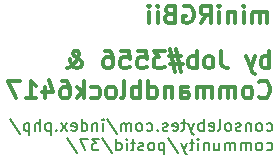
<source format=gbr>
G04 #@! TF.GenerationSoftware,KiCad,Pcbnew,(5.1.5-0-10_14)*
G04 #@! TF.CreationDate,2020-08-29T21:19:54+03:00*
G04 #@! TF.ProjectId,miniRGBii,6d696e69-5247-4426-9969-2e6b69636164,rev?*
G04 #@! TF.SameCoordinates,Original*
G04 #@! TF.FileFunction,Legend,Bot*
G04 #@! TF.FilePolarity,Positive*
%FSLAX46Y46*%
G04 Gerber Fmt 4.6, Leading zero omitted, Abs format (unit mm)*
G04 Created by KiCad (PCBNEW (5.1.5-0-10_14)) date 2020-08-29 21:19:54*
%MOMM*%
%LPD*%
G04 APERTURE LIST*
%ADD10C,0.150000*%
%ADD11C,0.300000*%
G04 APERTURE END LIST*
D10*
X211960833Y-65619761D02*
X212056071Y-65667380D01*
X212246547Y-65667380D01*
X212341785Y-65619761D01*
X212389404Y-65572142D01*
X212437023Y-65476904D01*
X212437023Y-65191190D01*
X212389404Y-65095952D01*
X212341785Y-65048333D01*
X212246547Y-65000714D01*
X212056071Y-65000714D01*
X211960833Y-65048333D01*
X211389404Y-65667380D02*
X211484642Y-65619761D01*
X211532261Y-65572142D01*
X211579880Y-65476904D01*
X211579880Y-65191190D01*
X211532261Y-65095952D01*
X211484642Y-65048333D01*
X211389404Y-65000714D01*
X211246547Y-65000714D01*
X211151309Y-65048333D01*
X211103690Y-65095952D01*
X211056071Y-65191190D01*
X211056071Y-65476904D01*
X211103690Y-65572142D01*
X211151309Y-65619761D01*
X211246547Y-65667380D01*
X211389404Y-65667380D01*
X210627500Y-65000714D02*
X210627500Y-65667380D01*
X210627500Y-65095952D02*
X210579880Y-65048333D01*
X210484642Y-65000714D01*
X210341785Y-65000714D01*
X210246547Y-65048333D01*
X210198928Y-65143571D01*
X210198928Y-65667380D01*
X209770357Y-65619761D02*
X209675119Y-65667380D01*
X209484642Y-65667380D01*
X209389404Y-65619761D01*
X209341785Y-65524523D01*
X209341785Y-65476904D01*
X209389404Y-65381666D01*
X209484642Y-65334047D01*
X209627500Y-65334047D01*
X209722738Y-65286428D01*
X209770357Y-65191190D01*
X209770357Y-65143571D01*
X209722738Y-65048333D01*
X209627500Y-65000714D01*
X209484642Y-65000714D01*
X209389404Y-65048333D01*
X208770357Y-65667380D02*
X208865595Y-65619761D01*
X208913214Y-65572142D01*
X208960833Y-65476904D01*
X208960833Y-65191190D01*
X208913214Y-65095952D01*
X208865595Y-65048333D01*
X208770357Y-65000714D01*
X208627500Y-65000714D01*
X208532261Y-65048333D01*
X208484642Y-65095952D01*
X208437023Y-65191190D01*
X208437023Y-65476904D01*
X208484642Y-65572142D01*
X208532261Y-65619761D01*
X208627500Y-65667380D01*
X208770357Y-65667380D01*
X207865595Y-65667380D02*
X207960833Y-65619761D01*
X208008452Y-65524523D01*
X208008452Y-64667380D01*
X207103690Y-65619761D02*
X207198928Y-65667380D01*
X207389404Y-65667380D01*
X207484642Y-65619761D01*
X207532261Y-65524523D01*
X207532261Y-65143571D01*
X207484642Y-65048333D01*
X207389404Y-65000714D01*
X207198928Y-65000714D01*
X207103690Y-65048333D01*
X207056071Y-65143571D01*
X207056071Y-65238809D01*
X207532261Y-65334047D01*
X206627500Y-65667380D02*
X206627500Y-64667380D01*
X206627500Y-65048333D02*
X206532261Y-65000714D01*
X206341785Y-65000714D01*
X206246547Y-65048333D01*
X206198928Y-65095952D01*
X206151309Y-65191190D01*
X206151309Y-65476904D01*
X206198928Y-65572142D01*
X206246547Y-65619761D01*
X206341785Y-65667380D01*
X206532261Y-65667380D01*
X206627500Y-65619761D01*
X205817976Y-65000714D02*
X205579880Y-65667380D01*
X205341785Y-65000714D02*
X205579880Y-65667380D01*
X205675119Y-65905476D01*
X205722738Y-65953095D01*
X205817976Y-66000714D01*
X205103690Y-65000714D02*
X204722738Y-65000714D01*
X204960833Y-64667380D02*
X204960833Y-65524523D01*
X204913214Y-65619761D01*
X204817976Y-65667380D01*
X204722738Y-65667380D01*
X204008452Y-65619761D02*
X204103690Y-65667380D01*
X204294166Y-65667380D01*
X204389404Y-65619761D01*
X204437023Y-65524523D01*
X204437023Y-65143571D01*
X204389404Y-65048333D01*
X204294166Y-65000714D01*
X204103690Y-65000714D01*
X204008452Y-65048333D01*
X203960833Y-65143571D01*
X203960833Y-65238809D01*
X204437023Y-65334047D01*
X203579880Y-65619761D02*
X203484642Y-65667380D01*
X203294166Y-65667380D01*
X203198928Y-65619761D01*
X203151309Y-65524523D01*
X203151309Y-65476904D01*
X203198928Y-65381666D01*
X203294166Y-65334047D01*
X203437023Y-65334047D01*
X203532261Y-65286428D01*
X203579880Y-65191190D01*
X203579880Y-65143571D01*
X203532261Y-65048333D01*
X203437023Y-65000714D01*
X203294166Y-65000714D01*
X203198928Y-65048333D01*
X202722738Y-65572142D02*
X202675119Y-65619761D01*
X202722738Y-65667380D01*
X202770357Y-65619761D01*
X202722738Y-65572142D01*
X202722738Y-65667380D01*
X201817976Y-65619761D02*
X201913214Y-65667380D01*
X202103690Y-65667380D01*
X202198928Y-65619761D01*
X202246547Y-65572142D01*
X202294166Y-65476904D01*
X202294166Y-65191190D01*
X202246547Y-65095952D01*
X202198928Y-65048333D01*
X202103690Y-65000714D01*
X201913214Y-65000714D01*
X201817976Y-65048333D01*
X201246547Y-65667380D02*
X201341785Y-65619761D01*
X201389404Y-65572142D01*
X201437023Y-65476904D01*
X201437023Y-65191190D01*
X201389404Y-65095952D01*
X201341785Y-65048333D01*
X201246547Y-65000714D01*
X201103690Y-65000714D01*
X201008452Y-65048333D01*
X200960833Y-65095952D01*
X200913214Y-65191190D01*
X200913214Y-65476904D01*
X200960833Y-65572142D01*
X201008452Y-65619761D01*
X201103690Y-65667380D01*
X201246547Y-65667380D01*
X200484642Y-65667380D02*
X200484642Y-65000714D01*
X200484642Y-65095952D02*
X200437023Y-65048333D01*
X200341785Y-65000714D01*
X200198928Y-65000714D01*
X200103690Y-65048333D01*
X200056071Y-65143571D01*
X200056071Y-65667380D01*
X200056071Y-65143571D02*
X200008452Y-65048333D01*
X199913214Y-65000714D01*
X199770357Y-65000714D01*
X199675119Y-65048333D01*
X199627500Y-65143571D01*
X199627500Y-65667380D01*
X198437023Y-64619761D02*
X199294166Y-65905476D01*
X198103690Y-65667380D02*
X198103690Y-65000714D01*
X198103690Y-64667380D02*
X198151309Y-64715000D01*
X198103690Y-64762619D01*
X198056071Y-64715000D01*
X198103690Y-64667380D01*
X198103690Y-64762619D01*
X197627500Y-65000714D02*
X197627500Y-65667380D01*
X197627500Y-65095952D02*
X197579880Y-65048333D01*
X197484642Y-65000714D01*
X197341785Y-65000714D01*
X197246547Y-65048333D01*
X197198928Y-65143571D01*
X197198928Y-65667380D01*
X196294166Y-65667380D02*
X196294166Y-64667380D01*
X196294166Y-65619761D02*
X196389404Y-65667380D01*
X196579880Y-65667380D01*
X196675119Y-65619761D01*
X196722738Y-65572142D01*
X196770357Y-65476904D01*
X196770357Y-65191190D01*
X196722738Y-65095952D01*
X196675119Y-65048333D01*
X196579880Y-65000714D01*
X196389404Y-65000714D01*
X196294166Y-65048333D01*
X195437023Y-65619761D02*
X195532261Y-65667380D01*
X195722738Y-65667380D01*
X195817976Y-65619761D01*
X195865595Y-65524523D01*
X195865595Y-65143571D01*
X195817976Y-65048333D01*
X195722738Y-65000714D01*
X195532261Y-65000714D01*
X195437023Y-65048333D01*
X195389404Y-65143571D01*
X195389404Y-65238809D01*
X195865595Y-65334047D01*
X195056071Y-65667380D02*
X194532261Y-65000714D01*
X195056071Y-65000714D02*
X194532261Y-65667380D01*
X194151309Y-65572142D02*
X194103690Y-65619761D01*
X194151309Y-65667380D01*
X194198928Y-65619761D01*
X194151309Y-65572142D01*
X194151309Y-65667380D01*
X193675119Y-65000714D02*
X193675119Y-66000714D01*
X193675119Y-65048333D02*
X193579880Y-65000714D01*
X193389404Y-65000714D01*
X193294166Y-65048333D01*
X193246547Y-65095952D01*
X193198928Y-65191190D01*
X193198928Y-65476904D01*
X193246547Y-65572142D01*
X193294166Y-65619761D01*
X193389404Y-65667380D01*
X193579880Y-65667380D01*
X193675119Y-65619761D01*
X192770357Y-65667380D02*
X192770357Y-64667380D01*
X192341785Y-65667380D02*
X192341785Y-65143571D01*
X192389404Y-65048333D01*
X192484642Y-65000714D01*
X192627500Y-65000714D01*
X192722738Y-65048333D01*
X192770357Y-65095952D01*
X191865595Y-65000714D02*
X191865595Y-66000714D01*
X191865595Y-65048333D02*
X191770357Y-65000714D01*
X191579880Y-65000714D01*
X191484642Y-65048333D01*
X191437023Y-65095952D01*
X191389404Y-65191190D01*
X191389404Y-65476904D01*
X191437023Y-65572142D01*
X191484642Y-65619761D01*
X191579880Y-65667380D01*
X191770357Y-65667380D01*
X191865595Y-65619761D01*
X190246547Y-64619761D02*
X191103690Y-65905476D01*
X211960833Y-67269761D02*
X212056071Y-67317380D01*
X212246547Y-67317380D01*
X212341785Y-67269761D01*
X212389404Y-67222142D01*
X212437023Y-67126904D01*
X212437023Y-66841190D01*
X212389404Y-66745952D01*
X212341785Y-66698333D01*
X212246547Y-66650714D01*
X212056071Y-66650714D01*
X211960833Y-66698333D01*
X211389404Y-67317380D02*
X211484642Y-67269761D01*
X211532261Y-67222142D01*
X211579880Y-67126904D01*
X211579880Y-66841190D01*
X211532261Y-66745952D01*
X211484642Y-66698333D01*
X211389404Y-66650714D01*
X211246547Y-66650714D01*
X211151309Y-66698333D01*
X211103690Y-66745952D01*
X211056071Y-66841190D01*
X211056071Y-67126904D01*
X211103690Y-67222142D01*
X211151309Y-67269761D01*
X211246547Y-67317380D01*
X211389404Y-67317380D01*
X210627500Y-67317380D02*
X210627500Y-66650714D01*
X210627500Y-66745952D02*
X210579880Y-66698333D01*
X210484642Y-66650714D01*
X210341785Y-66650714D01*
X210246547Y-66698333D01*
X210198928Y-66793571D01*
X210198928Y-67317380D01*
X210198928Y-66793571D02*
X210151309Y-66698333D01*
X210056071Y-66650714D01*
X209913214Y-66650714D01*
X209817976Y-66698333D01*
X209770357Y-66793571D01*
X209770357Y-67317380D01*
X209294166Y-67317380D02*
X209294166Y-66650714D01*
X209294166Y-66745952D02*
X209246547Y-66698333D01*
X209151309Y-66650714D01*
X209008452Y-66650714D01*
X208913214Y-66698333D01*
X208865595Y-66793571D01*
X208865595Y-67317380D01*
X208865595Y-66793571D02*
X208817976Y-66698333D01*
X208722738Y-66650714D01*
X208579880Y-66650714D01*
X208484642Y-66698333D01*
X208437023Y-66793571D01*
X208437023Y-67317380D01*
X207532261Y-66650714D02*
X207532261Y-67317380D01*
X207960833Y-66650714D02*
X207960833Y-67174523D01*
X207913214Y-67269761D01*
X207817976Y-67317380D01*
X207675119Y-67317380D01*
X207579880Y-67269761D01*
X207532261Y-67222142D01*
X207056071Y-66650714D02*
X207056071Y-67317380D01*
X207056071Y-66745952D02*
X207008452Y-66698333D01*
X206913214Y-66650714D01*
X206770357Y-66650714D01*
X206675119Y-66698333D01*
X206627500Y-66793571D01*
X206627500Y-67317380D01*
X206151309Y-67317380D02*
X206151309Y-66650714D01*
X206151309Y-66317380D02*
X206198928Y-66365000D01*
X206151309Y-66412619D01*
X206103690Y-66365000D01*
X206151309Y-66317380D01*
X206151309Y-66412619D01*
X205817976Y-66650714D02*
X205437023Y-66650714D01*
X205675119Y-66317380D02*
X205675119Y-67174523D01*
X205627500Y-67269761D01*
X205532261Y-67317380D01*
X205437023Y-67317380D01*
X205198928Y-66650714D02*
X204960833Y-67317380D01*
X204722738Y-66650714D02*
X204960833Y-67317380D01*
X205056071Y-67555476D01*
X205103690Y-67603095D01*
X205198928Y-67650714D01*
X203627500Y-66269761D02*
X204484642Y-67555476D01*
X203294166Y-66650714D02*
X203294166Y-67650714D01*
X203294166Y-66698333D02*
X203198928Y-66650714D01*
X203008452Y-66650714D01*
X202913214Y-66698333D01*
X202865595Y-66745952D01*
X202817976Y-66841190D01*
X202817976Y-67126904D01*
X202865595Y-67222142D01*
X202913214Y-67269761D01*
X203008452Y-67317380D01*
X203198928Y-67317380D01*
X203294166Y-67269761D01*
X202246547Y-67317380D02*
X202341785Y-67269761D01*
X202389404Y-67222142D01*
X202437023Y-67126904D01*
X202437023Y-66841190D01*
X202389404Y-66745952D01*
X202341785Y-66698333D01*
X202246547Y-66650714D01*
X202103690Y-66650714D01*
X202008452Y-66698333D01*
X201960833Y-66745952D01*
X201913214Y-66841190D01*
X201913214Y-67126904D01*
X201960833Y-67222142D01*
X202008452Y-67269761D01*
X202103690Y-67317380D01*
X202246547Y-67317380D01*
X201532261Y-67269761D02*
X201437023Y-67317380D01*
X201246547Y-67317380D01*
X201151309Y-67269761D01*
X201103690Y-67174523D01*
X201103690Y-67126904D01*
X201151309Y-67031666D01*
X201246547Y-66984047D01*
X201389404Y-66984047D01*
X201484642Y-66936428D01*
X201532261Y-66841190D01*
X201532261Y-66793571D01*
X201484642Y-66698333D01*
X201389404Y-66650714D01*
X201246547Y-66650714D01*
X201151309Y-66698333D01*
X200817976Y-66650714D02*
X200437023Y-66650714D01*
X200675119Y-66317380D02*
X200675119Y-67174523D01*
X200627500Y-67269761D01*
X200532261Y-67317380D01*
X200437023Y-67317380D01*
X200103690Y-67317380D02*
X200103690Y-66650714D01*
X200103690Y-66317380D02*
X200151309Y-66365000D01*
X200103690Y-66412619D01*
X200056071Y-66365000D01*
X200103690Y-66317380D01*
X200103690Y-66412619D01*
X199198928Y-67317380D02*
X199198928Y-66317380D01*
X199198928Y-67269761D02*
X199294166Y-67317380D01*
X199484642Y-67317380D01*
X199579880Y-67269761D01*
X199627500Y-67222142D01*
X199675119Y-67126904D01*
X199675119Y-66841190D01*
X199627500Y-66745952D01*
X199579880Y-66698333D01*
X199484642Y-66650714D01*
X199294166Y-66650714D01*
X199198928Y-66698333D01*
X198008452Y-66269761D02*
X198865595Y-67555476D01*
X197770357Y-66317380D02*
X197151309Y-66317380D01*
X197484642Y-66698333D01*
X197341785Y-66698333D01*
X197246547Y-66745952D01*
X197198928Y-66793571D01*
X197151309Y-66888809D01*
X197151309Y-67126904D01*
X197198928Y-67222142D01*
X197246547Y-67269761D01*
X197341785Y-67317380D01*
X197627500Y-67317380D01*
X197722738Y-67269761D01*
X197770357Y-67222142D01*
X196817976Y-66317380D02*
X196151309Y-66317380D01*
X196579880Y-67317380D01*
X195056071Y-66269761D02*
X195913214Y-67555476D01*
D11*
X212010000Y-56558571D02*
X212010000Y-55558571D01*
X212010000Y-55701428D02*
X211938571Y-55630000D01*
X211795714Y-55558571D01*
X211581428Y-55558571D01*
X211438571Y-55630000D01*
X211367142Y-55772857D01*
X211367142Y-56558571D01*
X211367142Y-55772857D02*
X211295714Y-55630000D01*
X211152857Y-55558571D01*
X210938571Y-55558571D01*
X210795714Y-55630000D01*
X210724285Y-55772857D01*
X210724285Y-56558571D01*
X210010000Y-56558571D02*
X210010000Y-55558571D01*
X210010000Y-55058571D02*
X210081428Y-55130000D01*
X210010000Y-55201428D01*
X209938571Y-55130000D01*
X210010000Y-55058571D01*
X210010000Y-55201428D01*
X209295714Y-55558571D02*
X209295714Y-56558571D01*
X209295714Y-55701428D02*
X209224285Y-55630000D01*
X209081428Y-55558571D01*
X208867142Y-55558571D01*
X208724285Y-55630000D01*
X208652857Y-55772857D01*
X208652857Y-56558571D01*
X207938571Y-56558571D02*
X207938571Y-55558571D01*
X207938571Y-55058571D02*
X208010000Y-55130000D01*
X207938571Y-55201428D01*
X207867142Y-55130000D01*
X207938571Y-55058571D01*
X207938571Y-55201428D01*
X206367142Y-56558571D02*
X206867142Y-55844285D01*
X207224285Y-56558571D02*
X207224285Y-55058571D01*
X206652857Y-55058571D01*
X206510000Y-55130000D01*
X206438571Y-55201428D01*
X206367142Y-55344285D01*
X206367142Y-55558571D01*
X206438571Y-55701428D01*
X206510000Y-55772857D01*
X206652857Y-55844285D01*
X207224285Y-55844285D01*
X204938571Y-55130000D02*
X205081428Y-55058571D01*
X205295714Y-55058571D01*
X205510000Y-55130000D01*
X205652857Y-55272857D01*
X205724285Y-55415714D01*
X205795714Y-55701428D01*
X205795714Y-55915714D01*
X205724285Y-56201428D01*
X205652857Y-56344285D01*
X205510000Y-56487142D01*
X205295714Y-56558571D01*
X205152857Y-56558571D01*
X204938571Y-56487142D01*
X204867142Y-56415714D01*
X204867142Y-55915714D01*
X205152857Y-55915714D01*
X203724285Y-55772857D02*
X203510000Y-55844285D01*
X203438571Y-55915714D01*
X203367142Y-56058571D01*
X203367142Y-56272857D01*
X203438571Y-56415714D01*
X203510000Y-56487142D01*
X203652857Y-56558571D01*
X204224285Y-56558571D01*
X204224285Y-55058571D01*
X203724285Y-55058571D01*
X203581428Y-55130000D01*
X203510000Y-55201428D01*
X203438571Y-55344285D01*
X203438571Y-55487142D01*
X203510000Y-55630000D01*
X203581428Y-55701428D01*
X203724285Y-55772857D01*
X204224285Y-55772857D01*
X202724285Y-56558571D02*
X202724285Y-55558571D01*
X202724285Y-55058571D02*
X202795714Y-55130000D01*
X202724285Y-55201428D01*
X202652857Y-55130000D01*
X202724285Y-55058571D01*
X202724285Y-55201428D01*
X202010000Y-56558571D02*
X202010000Y-55558571D01*
X202010000Y-55058571D02*
X202081428Y-55130000D01*
X202010000Y-55201428D01*
X201938571Y-55130000D01*
X202010000Y-55058571D01*
X202010000Y-55201428D01*
X212172857Y-60363571D02*
X212172857Y-58863571D01*
X212172857Y-59435000D02*
X212030000Y-59363571D01*
X211744285Y-59363571D01*
X211601428Y-59435000D01*
X211530000Y-59506428D01*
X211458571Y-59649285D01*
X211458571Y-60077857D01*
X211530000Y-60220714D01*
X211601428Y-60292142D01*
X211744285Y-60363571D01*
X212030000Y-60363571D01*
X212172857Y-60292142D01*
X210958571Y-59363571D02*
X210601428Y-60363571D01*
X210244285Y-59363571D02*
X210601428Y-60363571D01*
X210744285Y-60720714D01*
X210815714Y-60792142D01*
X210958571Y-60863571D01*
X208101428Y-58863571D02*
X208101428Y-59935000D01*
X208172857Y-60149285D01*
X208315714Y-60292142D01*
X208530000Y-60363571D01*
X208672857Y-60363571D01*
X207172857Y-60363571D02*
X207315714Y-60292142D01*
X207387142Y-60220714D01*
X207458571Y-60077857D01*
X207458571Y-59649285D01*
X207387142Y-59506428D01*
X207315714Y-59435000D01*
X207172857Y-59363571D01*
X206958571Y-59363571D01*
X206815714Y-59435000D01*
X206744285Y-59506428D01*
X206672857Y-59649285D01*
X206672857Y-60077857D01*
X206744285Y-60220714D01*
X206815714Y-60292142D01*
X206958571Y-60363571D01*
X207172857Y-60363571D01*
X206030000Y-60363571D02*
X206030000Y-58863571D01*
X206030000Y-59435000D02*
X205887142Y-59363571D01*
X205601428Y-59363571D01*
X205458571Y-59435000D01*
X205387142Y-59506428D01*
X205315714Y-59649285D01*
X205315714Y-60077857D01*
X205387142Y-60220714D01*
X205458571Y-60292142D01*
X205601428Y-60363571D01*
X205887142Y-60363571D01*
X206030000Y-60292142D01*
X204744285Y-59363571D02*
X203672857Y-59363571D01*
X204315714Y-58720714D02*
X204744285Y-60649285D01*
X203815714Y-60006428D02*
X204887142Y-60006428D01*
X204244285Y-60649285D02*
X203815714Y-58720714D01*
X203315714Y-58863571D02*
X202387142Y-58863571D01*
X202887142Y-59435000D01*
X202672857Y-59435000D01*
X202530000Y-59506428D01*
X202458571Y-59577857D01*
X202387142Y-59720714D01*
X202387142Y-60077857D01*
X202458571Y-60220714D01*
X202530000Y-60292142D01*
X202672857Y-60363571D01*
X203101428Y-60363571D01*
X203244285Y-60292142D01*
X203315714Y-60220714D01*
X201030000Y-58863571D02*
X201744285Y-58863571D01*
X201815714Y-59577857D01*
X201744285Y-59506428D01*
X201601428Y-59435000D01*
X201244285Y-59435000D01*
X201101428Y-59506428D01*
X201030000Y-59577857D01*
X200958571Y-59720714D01*
X200958571Y-60077857D01*
X201030000Y-60220714D01*
X201101428Y-60292142D01*
X201244285Y-60363571D01*
X201601428Y-60363571D01*
X201744285Y-60292142D01*
X201815714Y-60220714D01*
X199601428Y-58863571D02*
X200315714Y-58863571D01*
X200387142Y-59577857D01*
X200315714Y-59506428D01*
X200172857Y-59435000D01*
X199815714Y-59435000D01*
X199672857Y-59506428D01*
X199601428Y-59577857D01*
X199530000Y-59720714D01*
X199530000Y-60077857D01*
X199601428Y-60220714D01*
X199672857Y-60292142D01*
X199815714Y-60363571D01*
X200172857Y-60363571D01*
X200315714Y-60292142D01*
X200387142Y-60220714D01*
X198244285Y-58863571D02*
X198530000Y-58863571D01*
X198672857Y-58935000D01*
X198744285Y-59006428D01*
X198887142Y-59220714D01*
X198958571Y-59506428D01*
X198958571Y-60077857D01*
X198887142Y-60220714D01*
X198815714Y-60292142D01*
X198672857Y-60363571D01*
X198387142Y-60363571D01*
X198244285Y-60292142D01*
X198172857Y-60220714D01*
X198101428Y-60077857D01*
X198101428Y-59720714D01*
X198172857Y-59577857D01*
X198244285Y-59506428D01*
X198387142Y-59435000D01*
X198672857Y-59435000D01*
X198815714Y-59506428D01*
X198887142Y-59577857D01*
X198958571Y-59720714D01*
X195101428Y-60363571D02*
X195172857Y-60363571D01*
X195315714Y-60292142D01*
X195530000Y-60077857D01*
X195887142Y-59649285D01*
X196030000Y-59435000D01*
X196101428Y-59220714D01*
X196101428Y-59077857D01*
X196030000Y-58935000D01*
X195887142Y-58863571D01*
X195815714Y-58863571D01*
X195672857Y-58935000D01*
X195601428Y-59077857D01*
X195601428Y-59149285D01*
X195672857Y-59292142D01*
X195744285Y-59363571D01*
X196172857Y-59649285D01*
X196244285Y-59720714D01*
X196315714Y-59863571D01*
X196315714Y-60077857D01*
X196244285Y-60220714D01*
X196172857Y-60292142D01*
X196030000Y-60363571D01*
X195815714Y-60363571D01*
X195672857Y-60292142D01*
X195601428Y-60220714D01*
X195387142Y-59935000D01*
X195315714Y-59720714D01*
X195315714Y-59577857D01*
X211315714Y-62770714D02*
X211387142Y-62842142D01*
X211601428Y-62913571D01*
X211744285Y-62913571D01*
X211958571Y-62842142D01*
X212101428Y-62699285D01*
X212172857Y-62556428D01*
X212244285Y-62270714D01*
X212244285Y-62056428D01*
X212172857Y-61770714D01*
X212101428Y-61627857D01*
X211958571Y-61485000D01*
X211744285Y-61413571D01*
X211601428Y-61413571D01*
X211387142Y-61485000D01*
X211315714Y-61556428D01*
X210458571Y-62913571D02*
X210601428Y-62842142D01*
X210672857Y-62770714D01*
X210744285Y-62627857D01*
X210744285Y-62199285D01*
X210672857Y-62056428D01*
X210601428Y-61985000D01*
X210458571Y-61913571D01*
X210244285Y-61913571D01*
X210101428Y-61985000D01*
X210030000Y-62056428D01*
X209958571Y-62199285D01*
X209958571Y-62627857D01*
X210030000Y-62770714D01*
X210101428Y-62842142D01*
X210244285Y-62913571D01*
X210458571Y-62913571D01*
X209315714Y-62913571D02*
X209315714Y-61913571D01*
X209315714Y-62056428D02*
X209244285Y-61985000D01*
X209101428Y-61913571D01*
X208887142Y-61913571D01*
X208744285Y-61985000D01*
X208672857Y-62127857D01*
X208672857Y-62913571D01*
X208672857Y-62127857D02*
X208601428Y-61985000D01*
X208458571Y-61913571D01*
X208244285Y-61913571D01*
X208101428Y-61985000D01*
X208030000Y-62127857D01*
X208030000Y-62913571D01*
X207315714Y-62913571D02*
X207315714Y-61913571D01*
X207315714Y-62056428D02*
X207244285Y-61985000D01*
X207101428Y-61913571D01*
X206887142Y-61913571D01*
X206744285Y-61985000D01*
X206672857Y-62127857D01*
X206672857Y-62913571D01*
X206672857Y-62127857D02*
X206601428Y-61985000D01*
X206458571Y-61913571D01*
X206244285Y-61913571D01*
X206101428Y-61985000D01*
X206030000Y-62127857D01*
X206030000Y-62913571D01*
X204672857Y-62913571D02*
X204672857Y-62127857D01*
X204744285Y-61985000D01*
X204887142Y-61913571D01*
X205172857Y-61913571D01*
X205315714Y-61985000D01*
X204672857Y-62842142D02*
X204815714Y-62913571D01*
X205172857Y-62913571D01*
X205315714Y-62842142D01*
X205387142Y-62699285D01*
X205387142Y-62556428D01*
X205315714Y-62413571D01*
X205172857Y-62342142D01*
X204815714Y-62342142D01*
X204672857Y-62270714D01*
X203958571Y-61913571D02*
X203958571Y-62913571D01*
X203958571Y-62056428D02*
X203887142Y-61985000D01*
X203744285Y-61913571D01*
X203530000Y-61913571D01*
X203387142Y-61985000D01*
X203315714Y-62127857D01*
X203315714Y-62913571D01*
X201958571Y-62913571D02*
X201958571Y-61413571D01*
X201958571Y-62842142D02*
X202101428Y-62913571D01*
X202387142Y-62913571D01*
X202530000Y-62842142D01*
X202601428Y-62770714D01*
X202672857Y-62627857D01*
X202672857Y-62199285D01*
X202601428Y-62056428D01*
X202530000Y-61985000D01*
X202387142Y-61913571D01*
X202101428Y-61913571D01*
X201958571Y-61985000D01*
X201244285Y-62913571D02*
X201244285Y-61413571D01*
X201244285Y-61985000D02*
X201101428Y-61913571D01*
X200815714Y-61913571D01*
X200672857Y-61985000D01*
X200601428Y-62056428D01*
X200530000Y-62199285D01*
X200530000Y-62627857D01*
X200601428Y-62770714D01*
X200672857Y-62842142D01*
X200815714Y-62913571D01*
X201101428Y-62913571D01*
X201244285Y-62842142D01*
X199672857Y-62913571D02*
X199815714Y-62842142D01*
X199887142Y-62699285D01*
X199887142Y-61413571D01*
X198887142Y-62913571D02*
X199030000Y-62842142D01*
X199101428Y-62770714D01*
X199172857Y-62627857D01*
X199172857Y-62199285D01*
X199101428Y-62056428D01*
X199030000Y-61985000D01*
X198887142Y-61913571D01*
X198672857Y-61913571D01*
X198530000Y-61985000D01*
X198458571Y-62056428D01*
X198387142Y-62199285D01*
X198387142Y-62627857D01*
X198458571Y-62770714D01*
X198530000Y-62842142D01*
X198672857Y-62913571D01*
X198887142Y-62913571D01*
X197101428Y-62842142D02*
X197244285Y-62913571D01*
X197530000Y-62913571D01*
X197672857Y-62842142D01*
X197744285Y-62770714D01*
X197815714Y-62627857D01*
X197815714Y-62199285D01*
X197744285Y-62056428D01*
X197672857Y-61985000D01*
X197530000Y-61913571D01*
X197244285Y-61913571D01*
X197101428Y-61985000D01*
X196458571Y-62913571D02*
X196458571Y-61413571D01*
X196315714Y-62342142D02*
X195887142Y-62913571D01*
X195887142Y-61913571D02*
X196458571Y-62485000D01*
X194601428Y-61413571D02*
X194887142Y-61413571D01*
X195030000Y-61485000D01*
X195101428Y-61556428D01*
X195244285Y-61770714D01*
X195315714Y-62056428D01*
X195315714Y-62627857D01*
X195244285Y-62770714D01*
X195172857Y-62842142D01*
X195030000Y-62913571D01*
X194744285Y-62913571D01*
X194601428Y-62842142D01*
X194530000Y-62770714D01*
X194458571Y-62627857D01*
X194458571Y-62270714D01*
X194530000Y-62127857D01*
X194601428Y-62056428D01*
X194744285Y-61985000D01*
X195030000Y-61985000D01*
X195172857Y-62056428D01*
X195244285Y-62127857D01*
X195315714Y-62270714D01*
X193172857Y-61913571D02*
X193172857Y-62913571D01*
X193530000Y-61342142D02*
X193887142Y-62413571D01*
X192958571Y-62413571D01*
X191601428Y-62913571D02*
X192458571Y-62913571D01*
X192030000Y-62913571D02*
X192030000Y-61413571D01*
X192172857Y-61627857D01*
X192315714Y-61770714D01*
X192458571Y-61842142D01*
X191101428Y-61413571D02*
X190101428Y-61413571D01*
X190744285Y-62913571D01*
M02*

</source>
